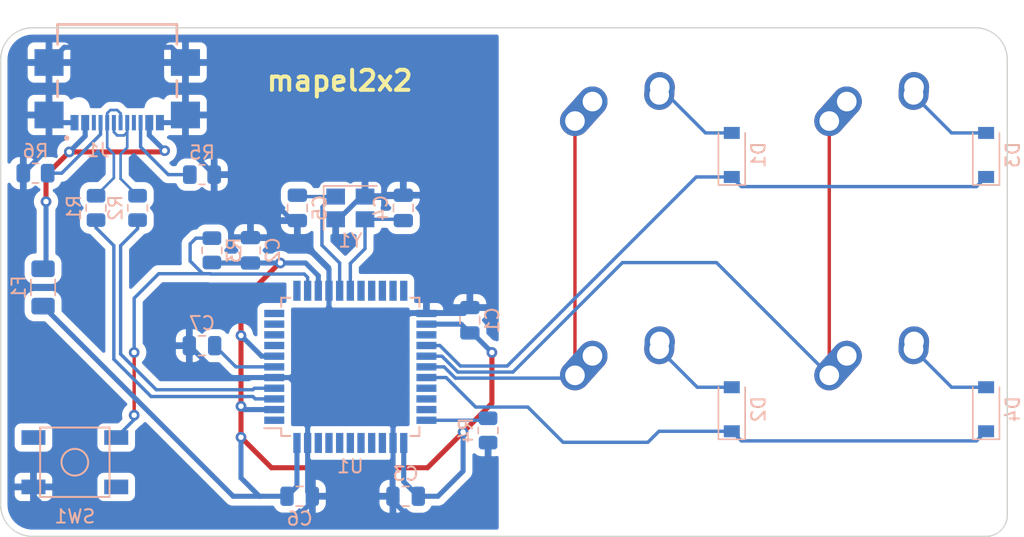
<source format=kicad_pcb>
(kicad_pcb (version 20211014) (generator pcbnew)
  (layers (0 "F.Cu" signal) (31 "B.Cu" signal) (34 "B.Paste" user) (35 "F.Paste" user) (36 "B.SilkS" user "B.Silkscreen") (37 "F.SilkS" user "F.Silkscreen") (38 "B.Mask" user) (39 "F.Mask" user) (44 "Edge.Cuts" user))
  (net 0 "")
  (net 1 "+5V")
  (net 2 "GND")
  (net 3 "Net-(C4-Pad2)")
  (net 4 "Net-(C5-Pad2)")
  (net 5 "Net-(C7-Pad1)")
  (net 6 "ROW0")
  (net 7 "Net-(D1-Pad2)")
  (net 8 "ROW1")
  (net 9 "Net-(D2-Pad2)")
  (net 10 "Net-(D3-Pad2)")
  (net 11 "Net-(D4-Pad2)")
  (net 12 "VCC")
  (net 14 "Net-(J1-PadB5)")
  (net 15 "Net-(J1-PadA5)")
  (net 17 "D-")
  (net 18 "D+")
  (net 19 "Net-(R1-Pad2)")
  (net 20 "Net-(R2-Pad2)")
  (net 21 "Net-(R3-Pad2)")
  (net 22 "Net-(R4-Pad1)")
  (net 39 "COL1")
  (net 40 "COL0")
  (footprint "MX_Alps_Hybrid:MX-1U-NoLED" (layer "F.Cu") (at 234.95 112.7125)
    (fp_text reference "MX2")
    (fp_text value "MX-NoLED")
    (pad "" np_thru_hole circle locked (at 5.08 0 48.0996) (size 1.75 1.75) (drill 1.75) (layers *.Cu *.Mask))
    (pad "" np_thru_hole circle locked (at 0 0) (size 3.9878 3.9878) (drill 3.9878) (layers *.Cu *.Mask))
    (pad "" np_thru_hole circle locked (at -5.08 0 48.0996) (size 1.75 1.75) (drill 1.75) (layers *.Cu *.Mask))
    (pad "1" thru_hole oval locked (at -3.81 -2.54 48.0996) (size 4.211556 2.25) (drill 1.47 (offset 0.980778 0)) (layers *.Cu "B.Mask") (net 39 "COL1"))
    (pad "1" thru_hole circle locked (at -2.5 -4) (size 2.25 2.25) (drill 1.47) (layers *.Cu "B.Mask") (net 39 "COL1"))
    (pad "2" thru_hole oval locked (at 2.5 -4.5 86.0548) (size 2.831378 2.25) (drill 1.47 (offset 0.290689 0)) (layers *.Cu "B.Mask") (net 10 "Net-(D3-Pad2)"))
    (pad "2" thru_hole circle locked (at 2.54 -5.08) (size 2.25 2.25) (drill 1.47) (layers *.Cu "B.Mask") (net 10 "Net-(D3-Pad2)"))
  )
  (footprint "MX_Alps_Hybrid:MX-1U-NoLED" (layer "F.Cu") (at 234.95 131.7625)
    (fp_text reference "MX4")
    (fp_text value "MX-NoLED")
    (pad "" np_thru_hole circle locked (at 0 0) (size 3.9878 3.9878) (drill 3.9878) (layers *.Cu *.Mask))
    (pad "" np_thru_hole circle locked (at -5.08 0 48.0996) (size 1.75 1.75) (drill 1.75) (layers *.Cu *.Mask))
    (pad "" np_thru_hole circle locked (at 5.08 0 48.0996) (size 1.75 1.75) (drill 1.75) (layers *.Cu *.Mask))
    (pad "1" thru_hole circle locked (at -2.5 -4) (size 2.25 2.25) (drill 1.47) (layers *.Cu "B.Mask") (net 39 "COL1"))
    (pad "1" thru_hole oval locked (at -3.81 -2.54 48.0996) (size 4.211556 2.25) (drill 1.47 (offset 0.980778 0)) (layers *.Cu "B.Mask") (net 39 "COL1"))
    (pad "2" thru_hole oval locked (at 2.5 -4.5 86.0548) (size 2.831378 2.25) (drill 1.47 (offset 0.290689 0)) (layers *.Cu "B.Mask") (net 11 "Net-(D4-Pad2)"))
    (pad "2" thru_hole circle locked (at 2.54 -5.08) (size 2.25 2.25) (drill 1.47) (layers *.Cu "B.Mask") (net 11 "Net-(D4-Pad2)"))
  )
  (footprint "MX_Alps_Hybrid:MX-1U-NoLED" (layer "F.Cu") (at 215.9 131.7625)
    (fp_text reference "MX3")
    (fp_text value "MX-NoLED")
    (pad "" np_thru_hole circle locked (at 0 0) (size 3.9878 3.9878) (drill 3.9878) (layers *.Cu *.Mask))
    (pad "" np_thru_hole circle locked (at -5.08 0 48.0996) (size 1.75 1.75) (drill 1.75) (layers *.Cu *.Mask))
    (pad "" np_thru_hole circle locked (at 5.08 0 48.0996) (size 1.75 1.75) (drill 1.75) (layers *.Cu *.Mask))
    (pad "1" thru_hole oval locked (at -3.81 -2.54 48.0996) (size 4.211556 2.25) (drill 1.47 (offset 0.980778 0)) (layers *.Cu "B.Mask") (net 40 "COL0"))
    (pad "1" thru_hole circle locked (at -2.5 -4) (size 2.25 2.25) (drill 1.47) (layers *.Cu "B.Mask") (net 40 "COL0"))
    (pad "2" thru_hole circle locked (at 2.54 -5.08) (size 2.25 2.25) (drill 1.47) (layers *.Cu "B.Mask") (net 9 "Net-(D2-Pad2)"))
    (pad "2" thru_hole oval locked (at 2.5 -4.5 86.0548) (size 2.831378 2.25) (drill 1.47 (offset 0.290689 0)) (layers *.Cu "B.Mask") (net 9 "Net-(D2-Pad2)"))
  )
  (footprint "MX_Alps_Hybrid:MX-1U-NoLED" (layer "F.Cu") (at 215.9 112.7125)
    (fp_text reference "MX1")
    (fp_text value "MX-NoLED")
    (pad "" np_thru_hole circle locked (at 0 0) (size 3.9878 3.9878) (drill 3.9878) (layers *.Cu *.Mask))
    (pad "" np_thru_hole circle locked (at -5.08 0 48.0996) (size 1.75 1.75) (drill 1.75) (layers *.Cu *.Mask))
    (pad "" np_thru_hole circle locked (at 5.08 0 48.0996) (size 1.75 1.75) (drill 1.75) (layers *.Cu *.Mask))
    (pad "1" thru_hole circle locked (at -2.5 -4) (size 2.25 2.25) (drill 1.47) (layers *.Cu "B.Mask") (net 40 "COL0"))
    (pad "1" thru_hole oval locked (at -3.81 -2.54 48.0996) (size 4.211556 2.25) (drill 1.47 (offset 0.980778 0)) (layers *.Cu "B.Mask") (net 40 "COL0"))
    (pad "2" thru_hole circle locked (at 2.54 -5.08) (size 2.25 2.25) (drill 1.47) (layers *.Cu "B.Mask") (net 7 "Net-(D1-Pad2)"))
    (pad "2" thru_hole oval locked (at 2.5 -4.5 86.0548) (size 2.831378 2.25) (drill 1.47 (offset 0.290689 0)) (layers *.Cu "B.Mask") (net 7 "Net-(D1-Pad2)"))
  )
  (footprint "Diode_SMD:D_SOD-123" (layer "B.Cu") (at 223.8375 112.7125 90)
    (fp_text reference "D1" (at 0 2 90) (layer "B.SilkS") (effects (justify mirror)))
    (fp_text value "SOD-123")
    (fp_line (start -2.25 1) (end 1.65 1) (layer "B.SilkS") (width 0.12))
    (fp_line (start -2.25 -1) (end 1.65 -1) (layer "B.SilkS") (width 0.12))
    (fp_line (start -2.25 1) (end -2.25 -1) (layer "B.SilkS") (width 0.12))
    (pad "1" smd rect (at -1.65 0 90) (size 0.9 1.2) (layers "B.Cu" "B.Paste" "B.Mask") (net 6 "ROW0"))
    (pad "2" smd rect (at 1.65 0 90) (size 0.9 1.2) (layers "B.Cu" "B.Paste" "B.Mask") (net 7 "Net-(D1-Pad2)"))
  )
  (footprint "USB4110GFA:GCT_USB4110GFA" (layer "B.Cu") (at 177.8 109.21875)
    (fp_text reference "J1" (at -1.425 3.135) (layer "B.SilkS") (effects (justify mirror)))
    (fp_text value "USB4110GFA")
    (fp_line (start -4.47 -0.86) (end -4.47 -2.07) (layer "B.SilkS") (width 0.2))
    (fp_line (start -4.47 -4.79) (end -4.47 -6.28) (layer "B.SilkS") (width 0.2))
    (fp_line (start -4.47 -6.28) (end 4.47 -6.28) (layer "B.SilkS") (width 0.2))
    (fp_line (start 4.47 -0.86) (end 4.47 -2.07) (layer "B.SilkS") (width 0.2))
    (fp_line (start 4.47 -6.28) (end 4.47 -4.79) (layer "B.SilkS") (width 0.2))
    (fp_circle (center -3.78 2.23) (end -3.68 2.23) (layer "B.SilkS") (width 0.2) (fill none))
    (pad "" np_thru_hole circle locked (at 2.89 0) (size 0.65 0.65) (drill 0.65) (layers *.Cu *.Mask))
    (pad "" np_thru_hole circle locked (at -2.89 0) (size 0.65 0.65) (drill 0.65) (layers *.Cu *.Mask))
    (pad "A1/B12" smd rect locked (at -3.2 1.075) (size 0.6 1.15) (layers "B.Cu" "B.Paste" "B.Mask") (net 2 "GND"))
    (pad "A4/B9" smd rect locked (at -2.4 1.075) (size 0.6 1.15) (layers "B.Cu" "B.Paste" "B.Mask") (net 12 "VCC"))
    (pad "A5" smd rect locked (at -1.25 1.075) (size 0.3 1.15) (layers "B.Cu" "B.Paste" "B.Mask") (net 15 "Net-(J1-PadA5)"))
    (pad "A6" smd rect locked (at -0.25 1.075) (size 0.3 1.15) (layers "B.Cu" "B.Paste" "B.Mask") (net 18 "D+"))
    (pad "A7" smd rect locked (at 0.25 1.075) (size 0.3 1.15) (layers "B.Cu" "B.Paste" "B.Mask") (net 17 "D-"))
    (pad "A8" smd rect locked (at 1.25 1.075) (size 0.3 1.15) (layers "B.Cu" "B.Paste" "B.Mask"))
    (pad "B1/A12" smd rect locked (at 3.2 1.075) (size 0.6 1.15) (layers "B.Cu" "B.Paste" "B.Mask") (net 2 "GND"))
    (pad "B4/A9" smd rect locked (at 2.4 1.075) (size 0.6 1.15) (layers "B.Cu" "B.Paste" "B.Mask") (net 12 "VCC"))
    (pad "B5" smd rect locked (at 1.75 1.075) (size 0.3 1.15) (layers "B.Cu" "B.Paste" "B.Mask") (net 14 "Net-(J1-PadB5)"))
    (pad "B6" smd rect locked (at 0.75 1.075) (size 0.3 1.15) (layers "B.Cu" "B.Paste" "B.Mask") (net 18 "D+"))
    (pad "B7" smd rect locked (at -0.75 1.075) (size 0.3 1.15) (layers "B.Cu" "B.Paste" "B.Mask") (net 17 "D-"))
    (pad "B8" smd rect locked (at -1.75 1.075) (size 0.3 1.15) (layers "B.Cu" "B.Paste" "B.Mask"))
    (pad "S1" smd rect locked (at -5.11 0.5) (size 2.18 2) (layers "B.Cu" "B.Paste" "B.Mask") (net 2 "GND"))
    (pad "S2" smd rect locked (at 5.11 0.5) (size 2.18 2) (layers "B.Cu" "B.Paste" "B.Mask") (net 2 "GND"))
    (pad "S3" smd rect locked (at -5.11 -3.43) (size 2.18 2) (layers "B.Cu" "B.Paste" "B.Mask") (net 2 "GND"))
    (pad "S4" smd rect locked (at 5.11 -3.43) (size 2.18 2) (layers "B.Cu" "B.Paste" "B.Mask") (net 2 "GND"))
  )
  (footprint "Resistor_SMD:R_0805_2012Metric" (layer "B.Cu") (at 171.677064 114.0775 180)
    (fp_text reference "R6" (at 0 1.65) (layer "B.SilkS") (effects (justify mirror)))
    (fp_text value "5.1k")
    (fp_line (start -0.227064 -0.735) (end 0.227064 -0.735) (layer "B.SilkS") (width 0.12))
    (fp_line (start -0.227064 0.735) (end 0.227064 0.735) (layer "B.SilkS") (width 0.12))
    (pad "1" smd roundrect (at -0.9125 0 180) (size 1.025 1.4) (layers "B.Cu" "B.Paste" "B.Mask") (roundrect_rratio 0.243902439) (net 15 "Net-(J1-PadA5)"))
    (pad "2" smd roundrect (at 0.9125 0 180) (size 1.025 1.4) (layers "B.Cu" "B.Paste" "B.Mask") (roundrect_rratio 0.243902439) (net 2 "GND"))
  )
  (footprint "Capacitor_SMD:C_0805_2012Metric" (layer "B.Cu") (at 191.466254 138.28125)
    (fp_text reference "C6" (at 0 1.68) (layer "B.SilkS") (effects (justify mirror)))
    (fp_text value "10uF")
    (fp_line (start -0.261252 -0.735) (end 0.261252 -0.735) (layer "B.SilkS") (width 0.12))
    (fp_line (start -0.261252 0.735) (end 0.261252 0.735) (layer "B.SilkS") (width 0.12))
    (pad "1" smd roundrect (at -0.95 0) (size 1 1.45) (layers "B.Cu" "B.Paste" "B.Mask") (net 1 "+5V"))
    (pad "2" smd roundrect (at 0.95 0) (size 1 1.45) (layers "B.Cu" "B.Paste" "B.Mask") (net 2 "GND"))
  )
  (footprint "Resistor_SMD:R_0805_2012Metric" (layer "B.Cu") (at 179.324 116.68125 -90)
    (fp_text reference "R2" (at 0 1.65 90) (layer "B.SilkS") (effects (justify mirror)))
    (fp_text value "22")
    (fp_line (start -0.227064 -0.735) (end 0.227064 -0.735) (layer "B.SilkS") (width 0.12))
    (fp_line (start -0.227064 0.735) (end 0.227064 0.735) (layer "B.SilkS") (width 0.12))
    (pad "1" smd roundrect (at -0.9125 0 270) (size 1.025 1.4) (layers "B.Cu" "B.Paste" "B.Mask") (roundrect_rratio 0.243902439) (net 18 "D+"))
    (pad "2" smd roundrect (at 0.9125 0 270) (size 1.025 1.4) (layers "B.Cu" "B.Paste" "B.Mask") (roundrect_rratio 0.243902439) (net 20 "Net-(R2-Pad2)"))
  )
  (footprint "Resistor_SMD:R_0805_2012Metric" (layer "B.Cu") (at 176.2125 116.68125 -90)
    (fp_text reference "R1" (at 0 1.65 90) (layer "B.SilkS") (effects (justify mirror)))
    (fp_text value "22")
    (fp_line (start -0.227064 -0.735) (end 0.227064 -0.735) (layer "B.SilkS") (width 0.12))
    (fp_line (start -0.227064 0.735) (end 0.227064 0.735) (layer "B.SilkS") (width 0.12))
    (pad "1" smd roundrect (at -0.9125 0 270) (size 1.025 1.4) (layers "B.Cu" "B.Paste" "B.Mask") (roundrect_rratio 0.243902439) (net 17 "D-"))
    (pad "2" smd roundrect (at 0.9125 0 270) (size 1.025 1.4) (layers "B.Cu" "B.Paste" "B.Mask") (roundrect_rratio 0.243902439) (net 19 "Net-(R1-Pad2)"))
  )
  (footprint "Capacitor_SMD:C_0805_2012Metric" (layer "B.Cu") (at 199.23125 116.68125 -90)
    (fp_text reference "C4" (at 0 1.68 90) (layer "B.SilkS") (effects (justify mirror)))
    (fp_text value "22pF")
    (fp_line (start -0.261252 0.735) (end 0.261252 0.735) (layer "B.SilkS") (width 0.12))
    (fp_line (start -0.261252 -0.735) (end 0.261252 -0.735) (layer "B.SilkS") (width 0.12))
    (pad "1" smd roundrect (at -0.95 0 270) (size 1 1.45) (layers "B.Cu" "B.Paste" "B.Mask") (net 2 "GND"))
    (pad "2" smd roundrect (at 0.95 0 270) (size 1 1.45) (layers "B.Cu" "B.Paste" "B.Mask") (net 3 "Net-(C4-Pad2)"))
  )
  (footprint "Crystal:Crystal_SMD_3225-4Pin_3.2x2.5mm" (layer "B.Cu") (at 195.2625 116.68125)
    (fp_text reference "Y1" (at 0 2.45) (layer "B.SilkS") (effects (justify mirror)))
    (fp_text value "16MHz")
    (fp_line (start -2 1.65) (end -2 -1.65) (layer "B.SilkS") (width 0.12))
    (fp_line (start -2 -1.65) (end 2 -1.65) (layer "B.SilkS") (width 0.12))
    (pad "1" smd rect (at -1.1 -0.85) (size 1.4 1.2) (layers "B.Cu" "B.Paste" "B.Mask") (net 4 "Net-(C5-Pad2)"))
    (pad "2" smd rect (at 1.1 -0.85) (size 1.4 1.2) (layers "B.Cu" "B.Paste" "B.Mask") (net 2 "GND"))
    (pad "3" smd rect (at 1.1 0.85) (size 1.4 1.2) (layers "B.Cu" "B.Paste" "B.Mask") (net 3 "Net-(C4-Pad2)"))
    (pad "4" smd rect (at -1.1 0.85) (size 1.4 1.2) (layers "B.Cu" "B.Paste" "B.Mask") (net 2 "GND"))
  )
  (footprint "Diode_SMD:D_SOD-123" (layer "B.Cu") (at 223.8375 131.7625 90)
    (fp_text reference "D2" (at 0 2 90) (layer "B.SilkS") (effects (justify mirror)))
    (fp_text value "SOD-123")
    (fp_line (start -2.25 -1) (end 1.65 -1) (layer "B.SilkS") (width 0.12))
    (fp_line (start -2.25 1) (end -2.25 -1) (layer "B.SilkS") (width 0.12))
    (fp_line (start -2.25 1) (end 1.65 1) (layer "B.SilkS") (width 0.12))
    (pad "1" smd rect (at -1.65 0 90) (size 0.9 1.2) (layers "B.Cu" "B.Paste" "B.Mask") (net 8 "ROW1"))
    (pad "2" smd rect (at 1.65 0 90) (size 0.9 1.2) (layers "B.Cu" "B.Paste" "B.Mask") (net 9 "Net-(D2-Pad2)"))
  )
  (footprint "Capacitor_SMD:C_0805_2012Metric" (layer "B.Cu") (at 187.78125 119.85625 90)
    (fp_text reference "C2" (at 0 1.68 90) (layer "B.SilkS") (effects (justify mirror)))
    (fp_text value "0.1uF")
    (fp_line (start -0.261252 -0.735) (end 0.261252 -0.735) (layer "B.SilkS") (width 0.12))
    (fp_line (start -0.261252 0.735) (end 0.261252 0.735) (layer "B.SilkS") (width 0.12))
    (pad "1" smd roundrect (at -0.95 0 90) (size 1 1.45) (layers "B.Cu" "B.Paste" "B.Mask") (net 1 "+5V"))
    (pad "2" smd roundrect (at 0.95 0 90) (size 1 1.45) (layers "B.Cu" "B.Paste" "B.Mask") (net 2 "GND"))
  )
  (footprint "Resistor_SMD:R_0805_2012Metric" (layer "B.Cu") (at 184.15 114.1875 180)
    (fp_text reference "R5" (at 0 1.65) (layer "B.SilkS") (effects (justify mirror)))
    (fp_text value "5.1k")
    (fp_line (start -0.227064 -0.735) (end 0.227064 -0.735) (layer "B.SilkS") (width 0.12))
    (fp_line (start -0.227064 0.735) (end 0.227064 0.735) (layer "B.SilkS") (width 0.12))
    (pad "1" smd roundrect (at -0.9125 0 180) (size 1.025 1.4) (layers "B.Cu" "B.Paste" "B.Mask") (roundrect_rratio 0.243902439) (net 2 "GND"))
    (pad "2" smd roundrect (at 0.9125 0 180) (size 1.025 1.4) (layers "B.Cu" "B.Paste" "B.Mask") (roundrect_rratio 0.243902439) (net 14 "Net-(J1-PadB5)"))
  )
  (footprint "Diode_SMD:D_SOD-123" (layer "B.Cu") (at 242.8875 112.7125 90)
    (fp_text reference "D3" (at 0 2 90) (layer "B.SilkS") (effects (justify mirror)))
    (fp_text value "SOD-123")
    (fp_line (start -2.25 1) (end 1.65 1) (layer "B.SilkS") (width 0.12))
    (fp_line (start -2.25 -1) (end 1.65 -1) (layer "B.SilkS") (width 0.12))
    (fp_line (start -2.25 1) (end -2.25 -1) (layer "B.SilkS") (width 0.12))
    (pad "1" smd rect (at -1.65 0 90) (size 0.9 1.2) (layers "B.Cu" "B.Paste" "B.Mask") (net 6 "ROW0"))
    (pad "2" smd rect (at 1.65 0 90) (size 0.9 1.2) (layers "B.Cu" "B.Paste" "B.Mask") (net 10 "Net-(D3-Pad2)"))
  )
  (footprint "Diode_SMD:D_SOD-123" (layer "B.Cu") (at 242.8875 131.7625 90)
    (fp_text reference "D4" (at 0 2 90) (layer "B.SilkS") (effects (justify mirror)))
    (fp_text value "SOD-123")
    (fp_line (start -2.25 1) (end -2.25 -1) (layer "B.SilkS") (width 0.12))
    (fp_line (start -2.25 1) (end 1.65 1) (layer "B.SilkS") (width 0.12))
    (fp_line (start -2.25 -1) (end 1.65 -1) (layer "B.SilkS") (width 0.12))
    (pad "1" smd rect (at -1.65 0 90) (size 0.9 1.2) (layers "B.Cu" "B.Paste" "B.Mask") (net 8 "ROW1"))
    (pad "2" smd rect (at 1.65 0 90) (size 0.9 1.2) (layers "B.Cu" "B.Paste" "B.Mask") (net 11 "Net-(D4-Pad2)"))
  )
  (footprint "Capacitor_SMD:C_0805_2012Metric" (layer "B.Cu") (at 199.403754 138.28125 180)
    (fp_text reference "C3" (at 0 1.68) (layer "B.SilkS") (effects (justify mirror)))
    (fp_text value "0.1uF")
    (fp_line (start -0.261252 0.735) (end 0.261252 0.735) (layer "B.SilkS") (width 0.12))
    (fp_line (start -0.261252 -0.735) (end 0.261252 -0.735) (layer "B.SilkS") (width 0.12))
    (pad "1" smd roundrect (at -0.95 0 180) (size 1 1.45) (layers "B.Cu" "B.Paste" "B.Mask") (net 1 "+5V"))
    (pad "2" smd roundrect (at 0.95 0 180) (size 1 1.45) (layers "B.Cu" "B.Paste" "B.Mask") (net 2 "GND"))
  )
  (footprint "Package_QFP:TQFP-44_10x10mm_P0.8mm" (layer "B.Cu") (at 195.2625 128.5875)
    (fp_text reference "U1" (at 0 7.45) (layer "B.SilkS") (effects (justify mirror)))
    (fp_text value "ATmega32U4-A")
    (fp_line (start 5.175 5.175) (end 5.175 4.5) (layer "B.SilkS") (width 0.15))
    (fp_line (start 5.175 -5.175) (end 4.5 -5.175) (layer "B.SilkS") (width 0.15))
    (fp_line (start -5.175 5.175) (end -5.175 4.6) (layer "B.SilkS") (width 0.15))
    (fp_line (start -5.175 5.175) (end -4.5 5.175) (layer "B.SilkS") (width 0.15))
    (fp_line (start -5.175 -5.175) (end -4.5 -5.175) (layer "B.SilkS") (width 0.15))
    (fp_line (start -5.175 4.6) (end -6.45 4.6) (layer "B.SilkS") (width 0.15))
    (fp_line (start -5.175 -5.175) (end -5.175 -4.5) (layer "B.SilkS") (width 0.15))
    (fp_line (start 5.175 -5.175) (end 5.175 -4.5) (layer "B.SilkS") (width 0.15))
    (fp_line (start 5.175 5.175) (end 4.5 5.175) (layer "B.SilkS") (width 0.15))
    (pad "1" smd rect (at -5.7 4) (size 1.5 0.55) (layers "B.Cu" "B.Paste" "B.Mask"))
    (pad "2" smd rect (at -5.7 3.2) (size 1.5 0.55) (layers "B.Cu" "B.Paste" "B.Mask") (net 1 "+5V"))
    (pad "3" smd rect (at -5.7 2.4) (size 1.5 0.55) (layers "B.Cu" "B.Paste" "B.Mask") (net 19 "Net-(R1-Pad2)"))
    (pad "4" smd rect (at -5.7 1.6) (size 1.5 0.55) (layers "B.Cu" "B.Paste" "B.Mask") (net 20 "Net-(R2-Pad2)"))
    (pad "5" smd rect (at -5.7 0.8) (size 1.5 0.55) (layers "B.Cu" "B.Paste" "B.Mask") (net 2 "GND"))
    (pad "6" smd rect (at -5.7 0) (size 1.5 0.55) (layers "B.Cu" "B.Paste" "B.Mask") (net 5 "Net-(C7-Pad1)"))
    (pad "7" smd rect (at -5.7 -0.8) (size 1.5 0.55) (layers "B.Cu" "B.Paste" "B.Mask") (net 1 "+5V"))
    (pad "8" smd rect (at -5.7 -1.6) (size 1.5 0.55) (layers "B.Cu" "B.Paste" "B.Mask"))
    (pad "9" smd rect (at -5.7 -2.4) (size 1.5 0.55) (layers "B.Cu" "B.Paste" "B.Mask"))
    (pad "10" smd rect (at -5.7 -3.2) (size 1.5 0.55) (layers "B.Cu" "B.Paste" "B.Mask"))
    (pad "11" smd rect (at -5.7 -4) (size 1.5 0.55) (layers "B.Cu" "B.Paste" "B.Mask"))
    (pad "12" smd rect (at -4 -5.7 270) (size 1.5 0.55) (layers "B.Cu" "B.Paste" "B.Mask"))
    (pad "13" smd rect (at -3.2 -5.7 270) (size 1.5 0.55) (layers "B.Cu" "B.Paste" "B.Mask") (net 21 "Net-(R3-Pad2)"))
    (pad "14" smd rect (at -2.4 -5.7 270) (size 1.5 0.55) (layers "B.Cu" "B.Paste" "B.Mask") (net 1 "+5V"))
    (pad "15" smd rect (at -1.6 -5.7 270) (size 1.5 0.55) (layers "B.Cu" "B.Paste" "B.Mask") (net 2 "GND"))
    (pad "16" smd rect (at -0.8 -5.7 270) (size 1.5 0.55) (layers "B.Cu" "B.Paste" "B.Mask") (net 4 "Net-(C5-Pad2)"))
    (pad "17" smd rect (at 0 -5.7 270) (size 1.5 0.55) (layers "B.Cu" "B.Paste" "B.Mask") (net 3 "Net-(C4-Pad2)"))
    (pad "18" smd rect (at 0.8 -5.7 270) (size 1.5 0.55) (layers "B.Cu" "B.Paste" "B.Mask"))
    (pad "19" smd rect (at 1.6 -5.7 270) (size 1.5 0.55) (layers "B.Cu" "B.Paste" "B.Mask"))
    (pad "20" smd rect (at 2.4 -5.7 270) (size 1.5 0.55) (layers "B.Cu" "B.Paste" "B.Mask"))
    (pad "21" smd rect (at 3.2 -5.7 270) (size 1.5 0.55) (layers "B.Cu" "B.Paste" "B.Mask"))
    (pad "22" smd rect (at 4 -5.7 270) (size 1.5 0.55) (layers "B.Cu" "B.Paste" "B.Mask"))
    (pad "23" smd rect (at 5.7 -4) (size 1.5 0.55) (layers "B.Cu" "B.Paste" "B.Mask") (net 2 "GND"))
    (pad "24" smd rect (at 5.7 -3.2) (size 1.5 0.55) (layers "B.Cu" "B.Paste" "B.Mask") (net 1 "+5V"))
    (pad "25" smd rect (at 5.7 -2.4) (size 1.5 0.55) (layers "B.Cu" "B.Paste" "B.Mask"))
    (pad "26" smd rect (at 5.7 -1.6) (size 1.5 0.55) (layers "B.Cu" "B.Paste" "B.Mask") (net 6 "ROW0"))
    (pad "27" smd rect (at 5.7 -0.8) (size 1.5 0.55) (layers "B.Cu" "B.Paste" "B.Mask") (net 39 "COL1"))
    (pad "28" smd rect (at 5.7 0) (size 1.5 0.55) (layers "B.Cu" "B.Paste" "B.Mask") (net 40 "COL0"))
    (pad "29" smd rect (at 5.7 0.8) (size 1.5 0.55) (layers "B.Cu" "B.Paste" "B.Mask") (net 8 "ROW1"))
    (pad "30" smd rect (at 5.7 1.6) (size 1.5 0.55) (layers "B.Cu" "B.Paste" "B.Mask"))
    (pad "31" smd rect (at 5.7 2.4) (size 1.5 0.55) (layers "B.Cu" "B.Paste" "B.Mask"))
    (pad "32" smd rect (at 5.7 3.2) (size 1.5 0.55) (layers "B.Cu" "B.Paste" "B.Mask"))
    (pad "33" smd rect (at 5.7 4) (size 1.5 0.55) (layers "B.Cu" "B.Paste" "B.Mask") (net 22 "Net-(R4-Pad1)"))
    (pad "34" smd rect (at 4 5.7 270) (size 1.5 0.55) (layers "B.Cu" "B.Paste" "B.Mask") (net 1 "+5V"))
    (pad "35" smd rect (at 3.2 5.7 270) (size 1.5 0.55) (layers "B.Cu" "B.Paste" "B.Mask") (net 2 "GND"))
    (pad "36" smd rect (at 2.4 5.7 270) (size 1.5 0.55) (layers "B.Cu" "B.Paste" "B.Mask"))
    (pad "37" smd rect (at 1.6 5.7 270) (size 1.5 0.55) (layers "B.Cu" "B.Paste" "B.Mask"))
    (pad "38" smd rect (at 0.8 5.7 270) (size 1.5 0.55) (layers "B.Cu" "B.Paste" "B.Mask"))
    (pad "39" smd rect (at 0 5.7 270) (size 1.5 0.55) (layers "B.Cu" "B.Paste" "B.Mask"))
    (pad "40" smd rect (at -0.8 5.7 270) (size 1.5 0.55) (layers "B.Cu" "B.Paste" "B.Mask"))
    (pad "41" smd rect (at -1.6 5.7 270) (size 1.5 0.55) (layers "B.Cu" "B.Paste" "B.Mask"))
    (pad "42" smd rect (at -2.4 5.7 270) (size 1.5 0.55) (layers "B.Cu" "B.Paste" "B.Mask"))
    (pad "43" smd rect (at -3.2 5.7 270) (size 1.5 0.55) (layers "B.Cu" "B.Paste" "B.Mask") (net 2 "GND"))
    (pad "44" smd rect (at -4 5.7 270) (size 1.5 0.55) (layers "B.Cu" "B.Paste" "B.Mask") (net 1 "+5V"))
  )
  (footprint "Capacitor_SMD:C_0805_2012Metric" (layer "B.Cu") (at 191.29375 116.68125 90)
    (fp_text reference "C5" (at 0 1.68 90) (layer "B.SilkS") (effects (justify mirror)))
    (fp_text value "22pF")
    (fp_line (start -0.261252 -0.735) (end 0.261252 -0.735) (layer "B.SilkS") (width 0.12))
    (fp_line (start -0.261252 0.735) (end 0.261252 0.735) (layer "B.SilkS") (width 0.12))
    (pad "1" smd roundrect (at -0.95 0 90) (size 1 1.45) (layers "B.Cu" "B.Paste" "B.Mask") (net 2 "GND"))
    (pad "2" smd roundrect (at 0.95 0 90) (size 1 1.45) (layers "B.Cu" "B.Paste" "B.Mask") (net 4 "Net-(C5-Pad2)"))
  )
  (footprint "Capacitor_SMD:C_0805_2012Metric" (layer "B.Cu") (at 184.15 127 180)
    (fp_text reference "C7" (at 0 1.68) (layer "B.SilkS") (effects (justify mirror)))
    (fp_text value "1uF")
    (fp_line (start -0.261252 -0.735) (end 0.261252 -0.735) (layer "B.SilkS") (width 0.12))
    (fp_line (start -0.261252 0.735) (end 0.261252 0.735) (layer "B.SilkS") (width 0.12))
    (pad "1" smd roundrect (at -0.95 0 180) (size 1 1.45) (layers "B.Cu" "B.Paste" "B.Mask") (net 5 "Net-(C7-Pad1)"))
    (pad "2" smd roundrect (at 0.95 0 180) (size 1 1.45) (layers "B.Cu" "B.Paste" "B.Mask") (net 2 "GND"))
  )
  (footprint "Capacitor_SMD:C_0805_2012Metric" (layer "B.Cu") (at 204.216 125.095 90)
    (fp_text reference "C1" (at 0 1.68 90) (layer "B.SilkS") (effects (justify mirror)))
    (fp_text value "0.1uF")
    (fp_line (start -0.261252 0.735) (end 0.261252 0.735) (layer "B.SilkS") (width 0.12))
    (fp_line (start -0.261252 -0.735) (end 0.261252 -0.735) (layer "B.SilkS") (width 0.12))
    (pad "1" smd roundrect (at -0.95 0 90) (size 1 1.45) (layers "B.Cu" "B.Paste" "B.Mask") (net 1 "+5V"))
    (pad "2" smd roundrect (at 0.95 0 90) (size 1 1.45) (layers "B.Cu" "B.Paste" "B.Mask") (net 2 "GND"))
  )
  (footprint "random-keyboard-parts:SKQG-1155865" (layer "B.Cu") (at 174.625 135.73125 180)
    (fp_text reference "SW1" (at 0 -4.064) (layer "B.SilkS") (effects (justify mirror)))
    (fp_text value "SW_Push")
    (fp_line (start -2.6 -2.6) (end -2.6 2.6) (layer "B.SilkS") (width 0.15))
    (fp_line (start 2.6 -2.6) (end -2.6 -2.6) (layer "B.SilkS") (width 0.15))
    (fp_line (start -2.6 2.6) (end 2.6 2.6) (layer "B.SilkS") (width 0.15))
    (fp_line (start 2.6 2.6) (end 2.6 -2.6) (layer "B.SilkS") (width 0.15))
    (fp_circle (center 0 0) (end 1 0) (layer "B.SilkS") (width 0.15) (fill none))
    (pad "1" smd rect locked (at 3.1 -1.85 180) (size 1.8 1.1) (layers "B.Cu" "B.Paste" "B.Mask") (net 2 "GND"))
    (pad "2" smd rect locked (at -3.1 1.85 180) (size 1.8 1.1) (layers "B.Cu" "B.Paste" "B.Mask") (net 21 "Net-(R3-Pad2)"))
    (pad "3" smd rect locked (at 3.1 1.85 180) (size 1.8 1.1) (layers "B.Cu" "B.Paste" "B.Mask"))
    (pad "4" smd rect locked (at -3.1 -1.85 180) (size 1.8 1.1) (layers "B.Cu" "B.Paste" "B.Mask"))
  )
  (footprint "Resistor_SMD:R_0805_2012Metric" (layer "B.Cu") (at 205.58125 133.35 -90)
    (fp_text reference "R4" (at 0 1.65 90) (layer "B.SilkS") (effects (justify mirror)))
    (fp_text value "10k")
    (fp_line (start -0.227064 -0.735) (end 0.227064 -0.735) (layer "B.SilkS") (width 0.12))
    (fp_line (start -0.227064 0.735) (end 0.227064 0.735) (layer "B.SilkS") (width 0.12))
    (pad "1" smd roundrect (at -0.9125 0 270) (size 1.025 1.4) (layers "B.Cu" "B.Paste" "B.Mask") (roundrect_rratio 0.243902439) (net 22 "Net-(R4-Pad1)"))
    (pad "2" smd roundrect (at 0.9125 0 270) (size 1.025 1.4) (layers "B.Cu" "B.Paste" "B.Mask") (roundrect_rratio 0.243902439) (net 2 "GND"))
  )
  (footprint "Fuse:Fuse_1206_3216Metric" (layer "B.Cu") (at 172.24375 122.6375 -90)
    (fp_text reference "F1" (at 0 1.82 90) (layer "B.SilkS") (effects (justify mirror)))
    (fp_text value "500mA")
    (fp_line (start -0.602064 -0.91) (end 0.602064 -0.91) (layer "B.SilkS") (width 0.12))
    (fp_line (start -0.602064 0.91) (end 0.602064 0.91) (layer "B.SilkS") (width 0.12))
    (pad "1" smd roundrect (at -1.4 0 270) (size 1.25 1.75) (layers "B.Cu" "B.Paste" "B.Mask") (roundrect_rratio 0.2) (net 12 "VCC"))
    (pad "2" smd roundrect (at 1.4 0 270) (size 1.25 1.75) (layers "B.Cu" "B.Paste" "B.Mask") (roundrect_rratio 0.2) (net 1 "+5V"))
  )
  (footprint "Resistor_SMD:R_0805_2012Metric" (layer "B.Cu") (at 184.89375 119.85625 90)
    (fp_text reference "R3" (at 0 1.65 90) (layer "B.SilkS") (effects (justify mirror)))
    (fp_text value "10k")
    (fp_line (start -0.227064 -0.735) (end 0.227064 -0.735) (layer "B.SilkS") (width 0.12))
    (fp_line (start -0.227064 0.735) (end 0.227064 0.735) (layer "B.SilkS") (width 0.12))
    (pad "1" smd roundrect (at -0.9125 0 90) (size 1.025 1.4) (layers "B.Cu" "B.Paste" "B.Mask") (roundrect_rratio 0.243902439) (net 1 "+5V"))
    (pad "2" smd roundrect (at 0.9125 0 90) (size 1.025 1.4) (layers "B.Cu" "B.Paste" "B.Mask") (roundrect_rratio 0.243902439) (net 21 "Net-(R3-Pad2)"))
  )
  (gr_line (start 244.475 105.56875) (end 244.475 139.7) (layer "Edge.Cuts") (width 0.1))
  (gr_arc (start 169.06875 105.56875) (mid 169.766202 103.884952) (end 171.45 103.1875) (layer "Edge.Cuts") (width 0.1))
  (gr_line (start 171.45 141.2875) (end 242.8875 141.2875) (layer "Edge.Cuts") (width 0.1))
  (gr_arc (start 244.475 139.7) (mid 244.010032 140.822532) (end 242.8875 141.2875) (layer "Edge.Cuts") (width 0.1))
  (gr_line (start 242.09375 103.1875) (end 171.45 103.1875) (layer "Edge.Cuts") (width 0.1))
  (gr_arc (start 242.09375 103.1875) (mid 243.777548 103.884952) (end 244.475 105.56875) (layer "Edge.Cuts") (width 0.1))
  (gr_arc (start 171.45 141.2875) (mid 169.766202 140.590048) (end 169.06875 138.90625) (layer "Edge.Cuts") (width 0.1))
  (gr_line (start 169.06875 138.90625) (end 169.06875 105.56875) (layer "Edge.Cuts") (width 0.1))
  (gr_text "mapel2x2" (at 194.46875 107.15625) (layer "F.SilkS") (effects (font (size 1.5 1.5) (thickness 0.3))))
  (segment (start 189.357 136.144) (end 201.041 136.144) (width 0.381) (layer "F.Cu") (net 1))
  (segment (start 187.071 131.5365) (end 187.071 133.858) (width 0.381) (layer "F.Cu") (net 1))
  (segment (start 205.867 127.508) (end 205.867 131.318) (width 0.381) (layer "F.Cu") (net 1))
  (segment (start 187.071 126.238) (end 187.071 131.5365) (width 0.381) (layer "F.Cu") (net 1))
  (segment (start 189.96275 120.80625) (end 187.071 123.698) (width 0.381) (layer "F.Cu") (net 1))
  (segment (start 205.867 131.318) (end 203.708 133.477) (width 0.381) (layer "F.Cu") (net 1))
  (segment (start 187.071 133.858) (end 189.357 136.144) (width 0.381) (layer "F.Cu") (net 1))
  (segment (start 190.02125 120.80625) (end 189.96275 120.80625) (width 0.381) (layer "F.Cu") (net 1))
  (segment (start 187.071 123.698) (end 187.071 126.238) (width 0.381) (layer "F.Cu") (net 1))
  (segment (start 201.041 136.144) (end 203.708 133.477) (width 0.381) (layer "F.Cu") (net 1))
  (via (at 187.071 126.238) (size 0.8) (drill 0.4) (layers "F.Cu" "B.Cu") (net 1))
  (via (at 190.02125 120.80625) (size 0.8) (drill 0.4) (layers "F.Cu" "B.Cu") (net 1))
  (via (at 187.071 131.5365) (size 0.8) (drill 0.4) (layers "F.Cu" "B.Cu") (net 1))
  (via (at 203.708 133.477) (size 0.8) (drill 0.4) (layers "F.Cu" "B.Cu") (net 1))
  (via (at 205.867 127.508) (size 0.8) (drill 0.4) (layers "F.Cu" "B.Cu") (net 1))
  (via (at 187.071 133.858) (size 0.8) (drill 0.4) (layers "F.Cu" "B.Cu") (net 1))
  (segment (start 199.2625 134.2875) (end 199.2625 137.189996) (width 0.381) (layer "B.Cu") (net 1))
  (segment (start 199.2625 137.189996) (end 200.353754 138.28125) (width 0.381) (layer "B.Cu") (net 1))
  (segment (start 187.78125 120.80625) (end 184.93125 120.80625) (width 0.381) (layer "B.Cu") (net 1))
  (segment (start 203.708 136.398) (end 203.708 133.477) (width 0.381) (layer "B.Cu") (net 1))
  (segment (start 190.516254 138.28125) (end 191.2625 137.535004) (width 0.381) (layer "B.Cu") (net 1))
  (segment (start 187.071 136.906) (end 188.44625 138.28125) (width 0.381) (layer "B.Cu") (net 1))
  (segment (start 187.071 133.858) (end 187.071 136.906) (width 0.381) (layer "B.Cu") (net 1))
  (segment (start 201.82475 138.28125) (end 203.708 136.398) (width 0.381) (layer "B.Cu") (net 1))
  (segment (start 184.93125 120.80625) (end 184.89375 120.76875) (width 0.381) (layer "B.Cu") (net 1))
  (segment (start 191.91225 120.80625) (end 187.78125 120.80625) (width 0.381) (layer "B.Cu") (net 1))
  (segment (start 192.8625 122.8875) (end 192.8625 121.7565) (width 0.381) (layer "B.Cu") (net 1))
  (segment (start 188.6205 127.7875) (end 189.5625 127.7875) (width 0.381) (layer "B.Cu") (net 1))
  (segment (start 184.885125 136.678875) (end 186.4875 138.28125) (width 0.381) (layer "B.Cu") (net 1))
  (segment (start 172.24375 124.0375) (end 184.885125 136.678875) (width 0.381) (layer "B.Cu") (net 1))
  (segment (start 187.071 126.238) (end 188.6205 127.7875) (width 0.381) (layer "B.Cu") (net 1))
  (segment (start 204.216 126.045) (end 204.404 126.045) (width 0.381) (layer "B.Cu") (net 1))
  (segment (start 200.353754 138.28125) (end 201.82475 138.28125) (width 0.381) (layer "B.Cu") (net 1))
  (segment (start 192.8625 121.7565) (end 191.91225 120.80625) (width 0.381) (layer "B.Cu") (net 1))
  (segment (start 204.404 126.045) (end 205.867 127.508) (width 0.381) (layer "B.Cu") (net 1))
  (segment (start 188.44625 138.28125) (end 188.61675 138.28125) (width 0.381) (layer "B.Cu") (net 1))
  (segment (start 200.9625 125.3875) (end 203.5585 125.3875) (width 0.381) (layer "B.Cu") (net 1))
  (segment (start 191.2625 137.535004) (end 191.2625 134.2875) (width 0.381) (layer "B.Cu") (net 1))
  (segment (start 189.5625 131.7875) (end 187.322 131.7875) (width 0.381) (layer "B.Cu") (net 1))
  (segment (start 203.5585 125.3875) (end 204.216 126.045) (width 0.381) (layer "B.Cu") (net 1))
  (segment (start 188.61675 138.28125) (end 190.516254 138.28125) (width 0.381) (layer "B.Cu") (net 1))
  (segment (start 187.322 131.7875) (end 187.071 131.5365) (width 0.381) (layer "B.Cu") (net 1))
  (segment (start 186.4875 138.28125) (end 188.44625 138.28125) (width 0.381) (layer "B.Cu") (net 1))
  (segment (start 171.525 138.251) (end 172.593 139.319) (width 0.381) (layer "B.Cu") (net 2))
  (segment (start 198.4625 126.2005) (end 196.8495 124.5875) (width 0.381) (layer "B.Cu") (net 2))
  (segment (start 192.0625 130.7565) (end 192.0625 127.2155) (width 0.381) (layer "B.Cu") (net 2))
  (segment (start 193.6625 122.8875) (end 193.6625 121.2725) (width 0.381) (layer "B.Cu") (net 2))
  (segment (start 193.6625 125.5905) (end 193.6625 122.8875) (width 0.381) (layer "B.Cu") (net 2))
  (segment (start 182.335 110.29375) (end 182.91 109.71875) (width 0.381) (layer "B.Cu") (net 2))
  (segment (start 194.50775 117.53125) (end 194.1625 117.53125) (width 0.381) (layer "B.Cu") (net 2))
  (segment (start 183.2 127) (end 185.5875 129.3875) (width 0.381) (layer "B.Cu") (net 2))
  (segment (start 182.91 105.78875) (end 182.91 109.71875) (width 0.381) (layer "B.Cu") (net 2))
  (segment (start 189.865 118.872) (end 187.8155 118.872) (width 0.381) (layer "B.Cu") (net 2))
  (segment (start 192.416254 138.672746) (end 191.389 139.7) (width 0.381) (layer "B.Cu") (net 2))
  (segment (start 189.5625 129.3875) (end 190.6935 129.3875) (width 0.381) (layer "B.Cu") (net 2))
  (segment (start 174.6 110.29375) (end 173.265 110.29375) (width 0.381) (layer "B.Cu") (net 2))
  (segment (start 193.548 125.73) (end 193.675 125.603) (width 0.381) (layer "B.Cu") (net 2))
  (segment (start 172.69 109.71875) (end 172.69 105.78875) (width 0.381) (layer "B.Cu") (net 2))
  (segment (start 198.453754 138.28125) (end 198.453754 138.636754) (width 0.381) (layer "B.Cu") (net 2))
  (segment (start 192.0875 119.6975) (end 190.6905 119.6975) (width 0.381) (layer "B.Cu") (net 2))
  (segment (start 185.5875 129.3875) (end 189.5625 129.3875) (width 0.381) (layer "B.Cu") (net 2))
  (segment (start 194.1625 117.53125) (end 194.38075 117.53125) (width 0.381) (layer "B.Cu") (net 2))
  (segment (start 198.4625 134.2875) (end 198.4625 126.2005) (width 0.381) (layer "B.Cu") (net 2))
  (segment (start 192.0625 134.2875) (end 192.0625 137.927496) (width 0.381) (layer "B.Cu") (net 2))
  (segment (start 191.389 139.7) (end 172.974 139.7) (width 0.381) (layer "B.Cu") (net 2))
  (segment (start 190.6935 129.3875) (end 192.0625 130.7565) (width 0.381) (layer "B.Cu") (net 2))
  (segment (start 196.08075 115.83125) (end 196.3625 115.83125) (width 0.381) (layer "B.Cu") (net 2))
  (segment (start 192.416254 138.28125) (end 192.416254 138.672746) (width 0.381) (layer "B.Cu") (net 2))
  (segment (start 194.38075 117.53125) (end 196.08075 115.83125) (width 0.381) (layer "B.Cu") (net 2))
  (segment (start 200.025 140.208) (end 203.708 140.208) (width 0.381) (layer "B.Cu") (net 2))
  (segment (start 192.0625 127.2155) (end 193.548 125.73) (width 0.381) (layer "B.Cu") (net 2))
  (segment (start 181.864 104.648) (end 182.91 105.694) (width 0.381) (layer "B.Cu") (net 2))
  (segment (start 172.69 112.152064) (end 172.69 109.71875) (width 0.381) (layer "B.Cu") (net 2))
  (segment (start 196.3625 114.1935) (end 196.3625 115.83125) (width 0.381) (layer "B.Cu") (net 2))
  (segment (start 181 110.29375) (end 182.335 110.29375) (width 0.381) (layer "B.Cu") (net 2))
  (segment (start 170.764564 114.0775) (end 172.69 112.152064) (width 0.381) (layer "B.Cu") (net 2))
  (segment (start 182.91 112.035) (end 182.91 109.71875) (width 0.381) (layer "B.Cu") (net 2))
  (segment (start 173.265 110.29375) (end 172.69 109.71875) (width 0.381) (layer "B.Cu") (net 2))
  (segment (start 198.453754 138.636754) (end 200.025 140.208) (width 0.381) (layer "B.Cu") (net 2))
  (segment (start 190.91025 117.63125) (end 189.611 116.332) (width 0.381) (layer "B.Cu") (net 2))
  (segment (start 203.708 140.208) (end 205.58125 138.33475) (width 0.381) (layer "B.Cu") (net 2))
  (segment (start 190.881 113.284) (end 195.453 113.284) (width 0.381) (layer "B.Cu") (net 2))
  (segment (start 205.58125 138.33475) (end 205.58125 134.2625) (width 0.381) (layer "B.Cu") (net 2))
  (segment (start 192.0625 130.7565) (end 192.0625 134.2875) (width 0.381) (layer "B.Cu") (net 2))
  (segment (start 193.675 125.603) (end 193.6625 125.5905) (width 0.381) (layer "B.Cu") (net 2))
  (segment (start 198.4625 138.272504) (end 198.453754 138.28125) (width 0.381) (layer "B.Cu") (net 2))
  (segment (start 193.6625 121.2725) (end 192.0875 119.6975) (width 0.381) (layer "B.Cu") (net 2))
  (segment (start 203.7735 124.5875) (end 204.216 124.145) (width 0.381) (layer "B.Cu") (net 2))
  (segment (start 189.611 116.332) (end 189.611 114.554) (width 0.381) (layer "B.Cu") (net 2))
  (segment (start 191.29375 117.63125) (end 190.91025 117.63125) (width 0.381) (layer "B.Cu") (net 2))
  (segment (start 173.83075 104.648) (end 181.864 104.648) (width 0.381) (layer "B.Cu") (net 2))
  (segment (start 192.0625 137.927496) (end 192.416254 138.28125) (width 0.381) (layer "B.Cu") (net 2))
  (segment (start 172.974 139.7) (end 172.593 139.319) (width 0.381) (layer "B.Cu") (net 2))
  (segment (start 192.0875 119.6975) (end 191.29375 118.90375) (width 0.381) (layer "B.Cu") (net 2))
  (segment (start 200.9625 124.5875) (end 203.7735 124.5875) (width 0.381) (layer "B.Cu") (net 2))
  (segment (start 172.69 105.78875) (end 173.83075 104.648) (width 0.381) (layer "B.Cu") (net 2))
  (segment (start 191.29375 118.90375) (end 191.29375 117.63125) (width 0.381) (layer "B.Cu") (net 2))
  (segment (start 187.8155 118.872) (end 187.78125 118.90625) (width 0.381) (layer "B.Cu") (net 2))
  (segment (start 196.3625 115.83125) (end 199.13125 115.83125) (width 0.381) (layer "B.Cu") (net 2))
  (segment (start 194.6905 124.5875) (end 196.8495 124.5875) (width 0.381) (layer "B.Cu") (net 2))
  (segment (start 193.548 125.73) (end 194.6905 124.5875) (width 0.381) (layer "B.Cu") (net 2))
  (segment (start 196.8495 124.5875) (end 200.9625 124.5875) (width 0.381) (layer "B.Cu") (net 2))
  (segment (start 189.611 114.554) (end 190.881 113.284) (width 0.381) (layer "B.Cu") (net 2))
  (segment (start 171.525 137.58125) (end 171.525 138.251) (width 0.381) (layer "B.Cu") (net 2))
  (segment (start 185.0625 114.1875) (end 187.4665 114.1875) (width 0.381) (layer "B.Cu") (net 2))
  (segment (start 182.91 105.694) (end 182.91 105.78875) (width 0.381) (layer "B.Cu") (net 2))
  (segment (start 198.4625 134.2875) (end 198.4625 138.272504) (width 0.381) (layer "B.Cu") (net 2))
  (segment (start 187.4665 114.1875) (end 189.611 116.332) (width 0.381) (layer "B.Cu") (net 2))
  (segment (start 199.13125 115.83125) (end 199.23125 115.73125) (width 0.381) (layer "B.Cu") (net 2))
  (segment (start 195.453 113.284) (end 196.3625 114.1935) (width 0.381) (layer "B.Cu") (net 2))
  (segment (start 190.6905 119.6975) (end 189.865 118.872) (width 0.381) (layer "B.Cu") (net 2))
  (segment (start 185.0625 114.1875) (end 182.91 112.035) (width 0.381) (layer "B.Cu") (net 2))
  (segment (start 196.3625 119.7405) (end 196.3625 117.53125) (width 0.254) (layer "B.Cu") (net 3))
  (segment (start 195.2625 122.8875) (end 195.2625 120.8405) (width 0.254) (layer "B.Cu") (net 3))
  (segment (start 199.13125 117.53125) (end 199.23125 117.63125) (width 0.254) (layer "B.Cu") (net 3))
  (segment (start 196.3625 117.53125) (end 199.13125 117.53125) (width 0.254) (layer "B.Cu") (net 3))
  (segment (start 195.2625 120.8405) (end 196.3625 119.7405) (width 0.254) (layer "B.Cu") (net 3))
  (segment (start 194.1625 115.83125) (end 193.9085 115.83125) (width 0.254) (layer "B.Cu") (net 4))
  (segment (start 191.29375 115.73125) (end 191.39375 115.83125) (width 0.254) (layer "B.Cu") (net 4))
  (segment (start 191.39375 115.83125) (end 194.1625 115.83125) (width 0.254) (layer "B.Cu") (net 4))
  (segment (start 193.1355 119.4755) (end 194.4625 120.8025) (width 0.254) (layer "B.Cu") (net 4))
  (segment (start 193.1355 116.60425) (end 193.1355 119.4755) (width 0.254) (layer "B.Cu") (net 4))
  (segment (start 193.9085 115.83125) (end 193.1355 116.60425) (width 0.254) (layer "B.Cu") (net 4))
  (segment (start 194.4625 120.8025) (end 194.4625 122.8875) (width 0.254) (layer "B.Cu") (net 4))
  (segment (start 185.1 127) (end 186.6875 128.5875) (width 0.254) (layer "B.Cu") (net 5))
  (segment (start 186.6875 128.5875) (end 189.5625 128.5875) (width 0.254) (layer "B.Cu") (net 5))
  (segment (start 223.8375 114.3625) (end 224.558401 115.083401) (width 0.254) (layer "B.Cu") (net 6))
  (segment (start 207.01 128.524) (end 221.1715 114.3625) (width 0.254) (layer "B.Cu") (net 6))
  (segment (start 224.558401 115.083401) (end 242.166599 115.083401) (width 0.254) (layer "B.Cu") (net 6))
  (segment (start 201.9665 126.9875) (end 203.503 128.524) (width 0.254) (layer "B.Cu") (net 6))
  (segment (start 203.503 128.524) (end 207.01 128.524) (width 0.254) (layer "B.Cu") (net 6))
  (segment (start 221.1715 114.3625) (end 223.8375 114.3625) (width 0.254) (layer "B.Cu") (net 6))
  (segment (start 242.166599 115.083401) (end 242.8875 114.3625) (width 0.254) (layer "B.Cu") (net 6))
  (segment (start 200.9625 126.9875) (end 201.9665 126.9875) (width 0.254) (layer "B.Cu") (net 6))
  (segment (start 221.87 111.0625) (end 223.8375 111.0625) (width 0.254) (layer "B.Cu") (net 7))
  (segment (start 218.44 107.6325) (end 221.87 111.0625) (width 0.254) (layer "B.Cu") (net 7))
  (segment (start 218.3775 133.4125) (end 217.551 134.239) (width 0.254) (layer "B.Cu") (net 8))
  (segment (start 242.166599 134.133401) (end 242.8875 133.4125) (width 0.254) (layer "B.Cu") (net 8))
  (segment (start 217.551 134.239) (end 211.201 134.239) (width 0.254) (layer "B.Cu") (net 8))
  (segment (start 208.56 131.598) (end 204.650844 131.598) (width 0.254) (layer "B.Cu") (net 8))
  (segment (start 211.201 134.239) (end 208.56 131.598) (width 0.254) (layer "B.Cu") (net 8))
  (segment (start 224.558401 134.133401) (end 242.166599 134.133401) (width 0.254) (layer "B.Cu") (net 8))
  (segment (start 204.650844 131.598) (end 202.440344 129.3875) (width 0.254) (layer "B.Cu") (net 8))
  (segment (start 223.8375 133.4125) (end 224.558401 134.133401) (width 0.254) (layer "B.Cu") (net 8))
  (segment (start 202.440344 129.3875) (end 200.9625 129.3875) (width 0.254) (layer "B.Cu") (net 8))
  (segment (start 223.8375 133.4125) (end 218.3775 133.4125) (width 0.254) (layer "B.Cu") (net 8))
  (segment (start 218.4 127.2625) (end 221.25 130.1125) (width 0.254) (layer "B.Cu") (net 9))
  (segment (start 221.25 130.1125) (end 223.8375 130.1125) (width 0.254) (layer "B.Cu") (net 9))
  (segment (start 240.3 111.0625) (end 242.8875 111.0625) (width 0.254) (layer "B.Cu") (net 10))
  (segment (start 237.45 108.2125) (end 240.3 111.0625) (width 0.254) (layer "B.Cu") (net 10))
  (segment (start 240.3 130.1125) (end 242.8875 130.1125) (width 0.254) (layer "B.Cu") (net 11))
  (segment (start 237.45 127.2625) (end 240.3 130.1125) (width 0.254) (layer "B.Cu") (net 11))
  (segment (start 174.208661 112.486661) (end 172.466 114.229322) (width 0.381) (layer "F.Cu") (net 12))
  (segment (start 172.466 114.229322) (end 172.466 116.205) (width 0.381) (layer "F.Cu") (net 12))
  (segment (start 177.764661 112.486661) (end 181.264339 112.486661) (width 0.381) (layer "F.Cu") (net 12))
  (segment (start 181.264339 112.486661) (end 181.356 112.395) (width 0.381) (layer "F.Cu") (net 12))
  (segment (start 174.208661 112.486661) (end 177.764661 112.486661) (width 0.381) (layer "F.Cu") (net 12))
  (via (at 172.466 116.205) (size 0.8) (drill 0.4) (layers "F.Cu" "B.Cu") (net 12))
  (via (at 181.356 112.395) (size 0.8) (drill 0.4) (layers "F.Cu" "B.Cu") (net 12))
  (via (at 174.208661 112.486661) (size 0.8) (drill 0.4) (layers "F.Cu" "B.Cu") (net 12))
  (segment (start 175.4 111.295322) (end 174.208661 112.486661) (width 0.381) (layer "B.Cu") (net 12))
  (segment (start 180.2 111.239) (end 180.2 110.29375) (width 0.381) (layer "B.Cu") (net 12))
  (segment (start 172.466 121.01525) (end 172.24375 121.2375) (width 0.381) (layer "B.Cu") (net 12))
  (segment (start 175.4 110.29375) (end 175.4 111.295322) (width 0.381) (layer "B.Cu") (net 12))
  (segment (start 181.356 112.395) (end 180.2 111.239) (width 0.381) (layer "B.Cu") (net 12))
  (segment (start 172.466 116.205) (end 172.466 121.01525) (width 0.381) (layer "B.Cu") (net 12))
  (segment (start 179.55 112.113) (end 181.6245 114.1875) (width 0.254) (layer "B.Cu") (net 14))
  (segment (start 179.55 110.29375) (end 179.55 112.113) (width 0.254) (layer "B.Cu") (net 14))
  (segment (start 181.6245 114.1875) (end 183.2375 114.1875) (width 0.254) (layer "B.Cu") (net 14))
  (segment (start 172.589564 114.0775) (end 173.64525 114.0775) (width 0.254) (layer "B.Cu") (net 15))
  (segment (start 173.64525 114.0775) (end 176.55 111.17275) (width 0.254) (layer "B.Cu") (net 15))
  (segment (start 176.55 111.17275) (end 176.55 110.29375) (width 0.254) (layer "B.Cu") (net 15))
  (segment (start 178.05 109.597) (end 178.05 110.29375) (width 0.2) (layer "B.Cu") (net 17))
  (segment (start 177.05 110.29375) (end 177.05 109.589) (width 0.2) (layer "B.Cu") (net 17))
  (segment (start 177.546 114.43525) (end 176.2125 115.76875) (width 0.2) (layer "B.Cu") (net 17))
  (segment (start 177.05 110.29375) (end 177.05 112.153) (width 0.2) (layer "B.Cu") (net 17))
  (segment (start 177.546 112.649) (end 177.546 114.43525) (width 0.2) (layer "B.Cu") (net 17))
  (segment (start 177.292 109.347) (end 177.8 109.347) (width 0.2) (layer "B.Cu") (net 17))
  (segment (start 177.05 112.153) (end 177.546 112.649) (width 0.2) (layer "B.Cu") (net 17))
  (segment (start 177.05 109.589) (end 177.292 109.347) (width 0.2) (layer "B.Cu") (net 17))
  (segment (start 177.8 109.347) (end 178.05 109.597) (width 0.2) (layer "B.Cu") (net 17))
  (segment (start 178.55 112.153) (end 178.054 112.649) (width 0.2) (layer "B.Cu") (net 18))
  (segment (start 178.308 111.252) (end 178.55 111.01) (width 0.2) (layer "B.Cu") (net 18))
  (segment (start 178.054 114.49875) (end 179.324 115.76875) (width 0.2) (layer "B.Cu") (net 18))
  (segment (start 178.55 110.29375) (end 178.55 112.153) (width 0.2) (layer "B.Cu") (net 18))
  (segment (start 177.55 110.29375) (end 177.55 111.002) (width 0.2) (layer "B.Cu") (net 18))
  (segment (start 178.55 111.01) (end 178.55 110.29375) (width 0.2) (layer "B.Cu") (net 18))
  (segment (start 177.8 111.252) (end 178.308 111.252) (width 0.2) (layer "B.Cu") (net 18))
  (segment (start 177.55 111.002) (end 177.8 111.252) (width 0.2) (layer "B.Cu") (net 18))
  (segment (start 178.054 112.649) (end 178.054 114.49875) (width 0.2) (layer "B.Cu") (net 18))
  (segment (start 177.546 128.016) (end 177.546 119.507) (width 0.254) (layer "B.Cu") (net 19))
  (segment (start 176.2125 118.1735) (end 176.2125 117.59375) (width 0.254) (layer "B.Cu") (net 19))
  (segment (start 180.34 130.81) (end 177.546 128.016) (width 0.254) (layer "B.Cu") (net 19))
  (segment (start 177.546 119.507) (end 176.2125 118.1735) (width 0.254) (layer "B.Cu") (net 19))
  (segment (start 189.5625 130.9875) (end 188.1375 130.9875) (width 0.254) (layer "B.Cu") (net 19))
  (segment (start 187.96 130.81) (end 180.34 130.81) (width 0.254) (layer "B.Cu") (net 19))
  (segment (start 188.1375 130.9875) (end 187.96 130.81) (width 0.254) (layer "B.Cu") (net 19))
  (segment (start 178.054 127.627948) (end 178.054 119.507) (width 0.254) (layer "B.Cu") (net 20))
  (segment (start 189.5625 130.1875) (end 188.0745 130.1875) (width 0.254) (layer "B.Cu") (net 20))
  (segment (start 179.324 118.237) (end 179.324 117.59375) (width 0.254) (layer "B.Cu") (net 20))
  (segment (start 180.728052 130.302) (end 178.054 127.627948) (width 0.254) (layer "B.Cu") (net 20))
  (segment (start 187.96 130.302) (end 180.728052 130.302) (width 0.254) (layer "B.Cu") (net 20))
  (segment (start 188.0745 130.1875) (end 187.96 130.302) (width 0.254) (layer "B.Cu") (net 20))
  (segment (start 178.054 119.507) (end 179.324 118.237) (width 0.254) (layer "B.Cu") (net 20))
  (segment (start 179.07 127.508) (end 179.07 132.207) (width 0.254) (layer "F.Cu") (net 21))
  (via (at 179.07 127.508) (size 0.8) (drill 0.4) (layers "F.Cu" "B.Cu") (net 21))
  (via (at 179.07 132.207) (size 0.8) (drill 0.4) (layers "F.Cu" "B.Cu") (net 21))
  (segment (start 191.81225 121.63325) (end 184.81 121.63325) (width 0.254) (layer "B.Cu") (net 21))
  (segment (start 184.81 121.63325) (end 184.785 121.60825) (width 0.254) (layer "B.Cu") (net 21))
  (segment (start 192.0625 121.8835) (end 191.81225 121.63325) (width 0.254) (layer "B.Cu") (net 21))
  (segment (start 184.204749 121.60825) (end 180.90575 121.60825) (width 0.254) (layer "B.Cu") (net 21))
  (segment (start 184.785 121.60825) (end 184.204749 121.60825) (width 0.254) (layer "B.Cu") (net 21))
  (segment (start 179.07 132.53625) (end 177.725 133.88125) (width 0.254) (layer "B.Cu") (net 21))
  (segment (start 183.69725 118.94375) (end 184.89375 118.94375) (width 0.254) (layer "B.Cu") (net 21))
  (segment (start 184.204749 121.60825) (end 183.261 120.664501) (width 0.254) (layer "B.Cu") (net 21))
  (segment (start 179.07 132.207) (end 179.07 132.53625) (width 0.254) (layer "B.Cu") (net 21))
  (segment (start 180.90575 121.60825) (end 179.07 123.444) (width 0.254) (layer "B.Cu") (net 21))
  (segment (start 192.0625 122.8875) (end 192.0625 121.8835) (width 0.254) (layer "B.Cu") (net 21))
  (segment (start 183.261 120.664501) (end 183.261 119.38) (width 0.254) (layer "B.Cu") (net 21))
  (segment (start 179.07 123.444) (end 179.07 127.508) (width 0.254) (layer "B.Cu") (net 21))
  (segment (start 183.261 119.38) (end 183.69725 118.94375) (width 0.254) (layer "B.Cu") (net 21))
  (segment (start 200.9625 132.5875) (end 205.43125 132.5875) (width 0.254) (layer "B.Cu") (net 22))
  (segment (start 205.43125 132.5875) (end 205.58125 132.4375) (width 0.254) (layer "B.Cu") (net 22))
  (segment (start 231.14 110.1725) (end 231.14 129.2225) (width 0.254) (layer "F.Cu") (net 39))
  (segment (start 200.9625 127.7875) (end 202.124448 127.7875) (width 0.254) (layer "B.Cu") (net 39))
  (segment (start 215.646 120.777) (end 222.6945 120.777) (width 0.254) (layer "B.Cu") (net 39))
  (segment (start 202.124448 127.7875) (end 203.314948 128.978) (width 0.254) (layer "B.Cu") (net 39))
  (segment (start 203.314948 128.978) (end 207.445 128.978) (width 0.254) (layer "B.Cu") (net 39))
  (segment (start 222.6945 120.777) (end 231.14 129.2225) (width 0.254) (layer "B.Cu") (net 39))
  (segment (start 207.445 128.978) (end 215.646 120.777) (width 0.254) (layer "B.Cu") (net 39))
  (segment (start 212.09 110.1725) (end 212.09 129.2225) (width 0.254) (layer "F.Cu") (net 40))
  (segment (start 202.282396 128.5875) (end 203.126896 129.432) (width 0.254) (layer "B.Cu") (net 40))
  (segment (start 203.126896 129.432) (end 211.8805 129.432) (width 0.254) (layer "B.Cu") (net 40))
  (segment (start 211.8805 129.432) (end 212.09 129.2225) (width 0.254) (layer "B.Cu") (net 40))
  (segment (start 200.9625 128.5875) (end 202.282396 128.5875) (width 0.254) (layer "B.Cu") (net 40))
  (zone (net 2) (net_name "GND") (layer "B.Cu") (connect_pads (clearance 0.508)) (min_thickness 0.254) (fill yes (thermal_gap 0.508) (thermal_bridge_width 0.508))
    (polygon (pts (xy 206.375 141.2875) (xy 169.06875 141.2875) (xy 169.06875 103.1875) (xy 206.375 103.1875)))
  )
)
</source>
